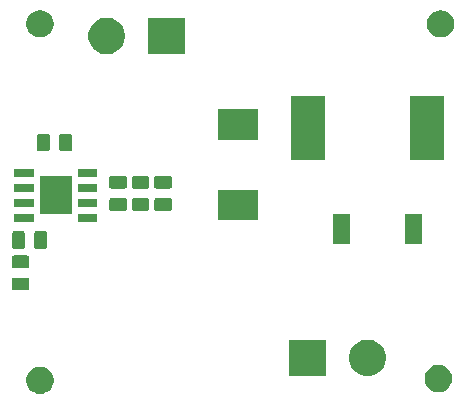
<source format=gbr>
G04 #@! TF.GenerationSoftware,KiCad,Pcbnew,(5.1.5)-3*
G04 #@! TF.CreationDate,2020-11-29T18:23:40-05:00*
G04 #@! TF.ProjectId,Buck_Controle,4275636b-5f43-46f6-9e74-726f6c652e6b,rev?*
G04 #@! TF.SameCoordinates,Original*
G04 #@! TF.FileFunction,Soldermask,Top*
G04 #@! TF.FilePolarity,Negative*
%FSLAX46Y46*%
G04 Gerber Fmt 4.6, Leading zero omitted, Abs format (unit mm)*
G04 Created by KiCad (PCBNEW (5.1.5)-3) date 2020-11-29 18:23:40*
%MOMM*%
%LPD*%
G04 APERTURE LIST*
%ADD10C,0.100000*%
G04 APERTURE END LIST*
D10*
G36*
X199995549Y-99014116D02*
G01*
X200106734Y-99036232D01*
X200316203Y-99122997D01*
X200504720Y-99248960D01*
X200665040Y-99409280D01*
X200791003Y-99597797D01*
X200877768Y-99807266D01*
X200922000Y-100029636D01*
X200922000Y-100256364D01*
X200877768Y-100478734D01*
X200791003Y-100688203D01*
X200665040Y-100876720D01*
X200504720Y-101037040D01*
X200316203Y-101163003D01*
X200106734Y-101249768D01*
X199995549Y-101271884D01*
X199884365Y-101294000D01*
X199657635Y-101294000D01*
X199546451Y-101271884D01*
X199435266Y-101249768D01*
X199225797Y-101163003D01*
X199037280Y-101037040D01*
X198876960Y-100876720D01*
X198750997Y-100688203D01*
X198664232Y-100478734D01*
X198620000Y-100256364D01*
X198620000Y-100029636D01*
X198664232Y-99807266D01*
X198750997Y-99597797D01*
X198876960Y-99409280D01*
X199037280Y-99248960D01*
X199225797Y-99122997D01*
X199435266Y-99036232D01*
X199546451Y-99014116D01*
X199657635Y-98992000D01*
X199884365Y-98992000D01*
X199995549Y-99014116D01*
G37*
G36*
X233724549Y-98871116D02*
G01*
X233835734Y-98893232D01*
X234045203Y-98979997D01*
X234233720Y-99105960D01*
X234394040Y-99266280D01*
X234520003Y-99454797D01*
X234606768Y-99664266D01*
X234651000Y-99886636D01*
X234651000Y-100113364D01*
X234606768Y-100335734D01*
X234520003Y-100545203D01*
X234394040Y-100733720D01*
X234233720Y-100894040D01*
X234045203Y-101020003D01*
X233835734Y-101106768D01*
X233724549Y-101128884D01*
X233613365Y-101151000D01*
X233386635Y-101151000D01*
X233275451Y-101128884D01*
X233164266Y-101106768D01*
X232954797Y-101020003D01*
X232766280Y-100894040D01*
X232605960Y-100733720D01*
X232479997Y-100545203D01*
X232393232Y-100335734D01*
X232349000Y-100113364D01*
X232349000Y-99886636D01*
X232393232Y-99664266D01*
X232479997Y-99454797D01*
X232605960Y-99266280D01*
X232766280Y-99105960D01*
X232954797Y-98979997D01*
X233164266Y-98893232D01*
X233275451Y-98871116D01*
X233386635Y-98849000D01*
X233613365Y-98849000D01*
X233724549Y-98871116D01*
G37*
G36*
X227802585Y-96728802D02*
G01*
X227952410Y-96758604D01*
X228234674Y-96875521D01*
X228488705Y-97045259D01*
X228704741Y-97261295D01*
X228874479Y-97515326D01*
X228991396Y-97797590D01*
X229051000Y-98097240D01*
X229051000Y-98402760D01*
X228991396Y-98702410D01*
X228874479Y-98984674D01*
X228704741Y-99238705D01*
X228488705Y-99454741D01*
X228234674Y-99624479D01*
X227952410Y-99741396D01*
X227802585Y-99771198D01*
X227652761Y-99801000D01*
X227347239Y-99801000D01*
X227197415Y-99771198D01*
X227047590Y-99741396D01*
X226765326Y-99624479D01*
X226511295Y-99454741D01*
X226295259Y-99238705D01*
X226125521Y-98984674D01*
X226008604Y-98702410D01*
X225949000Y-98402760D01*
X225949000Y-98097240D01*
X226008604Y-97797590D01*
X226125521Y-97515326D01*
X226295259Y-97261295D01*
X226511295Y-97045259D01*
X226765326Y-96875521D01*
X227047590Y-96758604D01*
X227197415Y-96728802D01*
X227347239Y-96699000D01*
X227652761Y-96699000D01*
X227802585Y-96728802D01*
G37*
G36*
X223971000Y-99801000D02*
G01*
X220869000Y-99801000D01*
X220869000Y-96699000D01*
X223971000Y-96699000D01*
X223971000Y-99801000D01*
G37*
G36*
X198704468Y-91462565D02*
G01*
X198743138Y-91474296D01*
X198778777Y-91493346D01*
X198810017Y-91518983D01*
X198835654Y-91550223D01*
X198854704Y-91585862D01*
X198866435Y-91624532D01*
X198871000Y-91670888D01*
X198871000Y-92322112D01*
X198866435Y-92368468D01*
X198854704Y-92407138D01*
X198835654Y-92442777D01*
X198810017Y-92474017D01*
X198778777Y-92499654D01*
X198743138Y-92518704D01*
X198704468Y-92530435D01*
X198658112Y-92535000D01*
X197581888Y-92535000D01*
X197535532Y-92530435D01*
X197496862Y-92518704D01*
X197461223Y-92499654D01*
X197429983Y-92474017D01*
X197404346Y-92442777D01*
X197385296Y-92407138D01*
X197373565Y-92368468D01*
X197369000Y-92322112D01*
X197369000Y-91670888D01*
X197373565Y-91624532D01*
X197385296Y-91585862D01*
X197404346Y-91550223D01*
X197429983Y-91518983D01*
X197461223Y-91493346D01*
X197496862Y-91474296D01*
X197535532Y-91462565D01*
X197581888Y-91458000D01*
X198658112Y-91458000D01*
X198704468Y-91462565D01*
G37*
G36*
X198704468Y-89587565D02*
G01*
X198743138Y-89599296D01*
X198778777Y-89618346D01*
X198810017Y-89643983D01*
X198835654Y-89675223D01*
X198854704Y-89710862D01*
X198866435Y-89749532D01*
X198871000Y-89795888D01*
X198871000Y-90447112D01*
X198866435Y-90493468D01*
X198854704Y-90532138D01*
X198835654Y-90567777D01*
X198810017Y-90599017D01*
X198778777Y-90624654D01*
X198743138Y-90643704D01*
X198704468Y-90655435D01*
X198658112Y-90660000D01*
X197581888Y-90660000D01*
X197535532Y-90655435D01*
X197496862Y-90643704D01*
X197461223Y-90624654D01*
X197429983Y-90599017D01*
X197404346Y-90567777D01*
X197385296Y-90532138D01*
X197373565Y-90493468D01*
X197369000Y-90447112D01*
X197369000Y-89795888D01*
X197373565Y-89749532D01*
X197385296Y-89710862D01*
X197404346Y-89675223D01*
X197429983Y-89643983D01*
X197461223Y-89618346D01*
X197496862Y-89599296D01*
X197535532Y-89587565D01*
X197581888Y-89583000D01*
X198658112Y-89583000D01*
X198704468Y-89587565D01*
G37*
G36*
X200191468Y-87518565D02*
G01*
X200230138Y-87530296D01*
X200265777Y-87549346D01*
X200297017Y-87574983D01*
X200322654Y-87606223D01*
X200341704Y-87641862D01*
X200353435Y-87680532D01*
X200358000Y-87726888D01*
X200358000Y-88803112D01*
X200353435Y-88849468D01*
X200341704Y-88888138D01*
X200322654Y-88923777D01*
X200297017Y-88955017D01*
X200265777Y-88980654D01*
X200230138Y-88999704D01*
X200191468Y-89011435D01*
X200145112Y-89016000D01*
X199493888Y-89016000D01*
X199447532Y-89011435D01*
X199408862Y-88999704D01*
X199373223Y-88980654D01*
X199341983Y-88955017D01*
X199316346Y-88923777D01*
X199297296Y-88888138D01*
X199285565Y-88849468D01*
X199281000Y-88803112D01*
X199281000Y-87726888D01*
X199285565Y-87680532D01*
X199297296Y-87641862D01*
X199316346Y-87606223D01*
X199341983Y-87574983D01*
X199373223Y-87549346D01*
X199408862Y-87530296D01*
X199447532Y-87518565D01*
X199493888Y-87514000D01*
X200145112Y-87514000D01*
X200191468Y-87518565D01*
G37*
G36*
X198316468Y-87518565D02*
G01*
X198355138Y-87530296D01*
X198390777Y-87549346D01*
X198422017Y-87574983D01*
X198447654Y-87606223D01*
X198466704Y-87641862D01*
X198478435Y-87680532D01*
X198483000Y-87726888D01*
X198483000Y-88803112D01*
X198478435Y-88849468D01*
X198466704Y-88888138D01*
X198447654Y-88923777D01*
X198422017Y-88955017D01*
X198390777Y-88980654D01*
X198355138Y-88999704D01*
X198316468Y-89011435D01*
X198270112Y-89016000D01*
X197618888Y-89016000D01*
X197572532Y-89011435D01*
X197533862Y-88999704D01*
X197498223Y-88980654D01*
X197466983Y-88955017D01*
X197441346Y-88923777D01*
X197422296Y-88888138D01*
X197410565Y-88849468D01*
X197406000Y-88803112D01*
X197406000Y-87726888D01*
X197410565Y-87680532D01*
X197422296Y-87641862D01*
X197441346Y-87606223D01*
X197466983Y-87574983D01*
X197498223Y-87549346D01*
X197533862Y-87530296D01*
X197572532Y-87518565D01*
X197618888Y-87514000D01*
X198270112Y-87514000D01*
X198316468Y-87518565D01*
G37*
G36*
X226001000Y-88601000D02*
G01*
X224599000Y-88601000D01*
X224599000Y-86099000D01*
X226001000Y-86099000D01*
X226001000Y-88601000D01*
G37*
G36*
X232101000Y-88601000D02*
G01*
X230699000Y-88601000D01*
X230699000Y-86099000D01*
X232101000Y-86099000D01*
X232101000Y-88601000D01*
G37*
G36*
X199231001Y-86741001D02*
G01*
X197579001Y-86741001D01*
X197579001Y-86039001D01*
X199231001Y-86039001D01*
X199231001Y-86741001D01*
G37*
G36*
X204631001Y-86741001D02*
G01*
X202979001Y-86741001D01*
X202979001Y-86039001D01*
X204631001Y-86039001D01*
X204631001Y-86741001D01*
G37*
G36*
X218236000Y-86616000D02*
G01*
X214834000Y-86616000D01*
X214834000Y-84014000D01*
X218236000Y-84014000D01*
X218236000Y-86616000D01*
G37*
G36*
X202456001Y-86086001D02*
G01*
X199754001Y-86086001D01*
X199754001Y-82884001D01*
X202456001Y-82884001D01*
X202456001Y-86086001D01*
G37*
G36*
X210769468Y-84728565D02*
G01*
X210808138Y-84740296D01*
X210843777Y-84759346D01*
X210875017Y-84784983D01*
X210900654Y-84816223D01*
X210919704Y-84851862D01*
X210931435Y-84890532D01*
X210936000Y-84936888D01*
X210936000Y-85588112D01*
X210931435Y-85634468D01*
X210919704Y-85673138D01*
X210900654Y-85708777D01*
X210875017Y-85740017D01*
X210843777Y-85765654D01*
X210808138Y-85784704D01*
X210769468Y-85796435D01*
X210723112Y-85801000D01*
X209646888Y-85801000D01*
X209600532Y-85796435D01*
X209561862Y-85784704D01*
X209526223Y-85765654D01*
X209494983Y-85740017D01*
X209469346Y-85708777D01*
X209450296Y-85673138D01*
X209438565Y-85634468D01*
X209434000Y-85588112D01*
X209434000Y-84936888D01*
X209438565Y-84890532D01*
X209450296Y-84851862D01*
X209469346Y-84816223D01*
X209494983Y-84784983D01*
X209526223Y-84759346D01*
X209561862Y-84740296D01*
X209600532Y-84728565D01*
X209646888Y-84724000D01*
X210723112Y-84724000D01*
X210769468Y-84728565D01*
G37*
G36*
X208864468Y-84728565D02*
G01*
X208903138Y-84740296D01*
X208938777Y-84759346D01*
X208970017Y-84784983D01*
X208995654Y-84816223D01*
X209014704Y-84851862D01*
X209026435Y-84890532D01*
X209031000Y-84936888D01*
X209031000Y-85588112D01*
X209026435Y-85634468D01*
X209014704Y-85673138D01*
X208995654Y-85708777D01*
X208970017Y-85740017D01*
X208938777Y-85765654D01*
X208903138Y-85784704D01*
X208864468Y-85796435D01*
X208818112Y-85801000D01*
X207741888Y-85801000D01*
X207695532Y-85796435D01*
X207656862Y-85784704D01*
X207621223Y-85765654D01*
X207589983Y-85740017D01*
X207564346Y-85708777D01*
X207545296Y-85673138D01*
X207533565Y-85634468D01*
X207529000Y-85588112D01*
X207529000Y-84936888D01*
X207533565Y-84890532D01*
X207545296Y-84851862D01*
X207564346Y-84816223D01*
X207589983Y-84784983D01*
X207621223Y-84759346D01*
X207656862Y-84740296D01*
X207695532Y-84728565D01*
X207741888Y-84724000D01*
X208818112Y-84724000D01*
X208864468Y-84728565D01*
G37*
G36*
X206959468Y-84728565D02*
G01*
X206998138Y-84740296D01*
X207033777Y-84759346D01*
X207065017Y-84784983D01*
X207090654Y-84816223D01*
X207109704Y-84851862D01*
X207121435Y-84890532D01*
X207126000Y-84936888D01*
X207126000Y-85588112D01*
X207121435Y-85634468D01*
X207109704Y-85673138D01*
X207090654Y-85708777D01*
X207065017Y-85740017D01*
X207033777Y-85765654D01*
X206998138Y-85784704D01*
X206959468Y-85796435D01*
X206913112Y-85801000D01*
X205836888Y-85801000D01*
X205790532Y-85796435D01*
X205751862Y-85784704D01*
X205716223Y-85765654D01*
X205684983Y-85740017D01*
X205659346Y-85708777D01*
X205640296Y-85673138D01*
X205628565Y-85634468D01*
X205624000Y-85588112D01*
X205624000Y-84936888D01*
X205628565Y-84890532D01*
X205640296Y-84851862D01*
X205659346Y-84816223D01*
X205684983Y-84784983D01*
X205716223Y-84759346D01*
X205751862Y-84740296D01*
X205790532Y-84728565D01*
X205836888Y-84724000D01*
X206913112Y-84724000D01*
X206959468Y-84728565D01*
G37*
G36*
X199231001Y-85471001D02*
G01*
X197579001Y-85471001D01*
X197579001Y-84769001D01*
X199231001Y-84769001D01*
X199231001Y-85471001D01*
G37*
G36*
X204631001Y-85471001D02*
G01*
X202979001Y-85471001D01*
X202979001Y-84769001D01*
X204631001Y-84769001D01*
X204631001Y-85471001D01*
G37*
G36*
X204631001Y-84201001D02*
G01*
X202979001Y-84201001D01*
X202979001Y-83499001D01*
X204631001Y-83499001D01*
X204631001Y-84201001D01*
G37*
G36*
X199231001Y-84201001D02*
G01*
X197579001Y-84201001D01*
X197579001Y-83499001D01*
X199231001Y-83499001D01*
X199231001Y-84201001D01*
G37*
G36*
X206959468Y-82853565D02*
G01*
X206998138Y-82865296D01*
X207033777Y-82884346D01*
X207065017Y-82909983D01*
X207090654Y-82941223D01*
X207109704Y-82976862D01*
X207121435Y-83015532D01*
X207126000Y-83061888D01*
X207126000Y-83713112D01*
X207121435Y-83759468D01*
X207109704Y-83798138D01*
X207090654Y-83833777D01*
X207065017Y-83865017D01*
X207033777Y-83890654D01*
X206998138Y-83909704D01*
X206959468Y-83921435D01*
X206913112Y-83926000D01*
X205836888Y-83926000D01*
X205790532Y-83921435D01*
X205751862Y-83909704D01*
X205716223Y-83890654D01*
X205684983Y-83865017D01*
X205659346Y-83833777D01*
X205640296Y-83798138D01*
X205628565Y-83759468D01*
X205624000Y-83713112D01*
X205624000Y-83061888D01*
X205628565Y-83015532D01*
X205640296Y-82976862D01*
X205659346Y-82941223D01*
X205684983Y-82909983D01*
X205716223Y-82884346D01*
X205751862Y-82865296D01*
X205790532Y-82853565D01*
X205836888Y-82849000D01*
X206913112Y-82849000D01*
X206959468Y-82853565D01*
G37*
G36*
X210769468Y-82853565D02*
G01*
X210808138Y-82865296D01*
X210843777Y-82884346D01*
X210875017Y-82909983D01*
X210900654Y-82941223D01*
X210919704Y-82976862D01*
X210931435Y-83015532D01*
X210936000Y-83061888D01*
X210936000Y-83713112D01*
X210931435Y-83759468D01*
X210919704Y-83798138D01*
X210900654Y-83833777D01*
X210875017Y-83865017D01*
X210843777Y-83890654D01*
X210808138Y-83909704D01*
X210769468Y-83921435D01*
X210723112Y-83926000D01*
X209646888Y-83926000D01*
X209600532Y-83921435D01*
X209561862Y-83909704D01*
X209526223Y-83890654D01*
X209494983Y-83865017D01*
X209469346Y-83833777D01*
X209450296Y-83798138D01*
X209438565Y-83759468D01*
X209434000Y-83713112D01*
X209434000Y-83061888D01*
X209438565Y-83015532D01*
X209450296Y-82976862D01*
X209469346Y-82941223D01*
X209494983Y-82909983D01*
X209526223Y-82884346D01*
X209561862Y-82865296D01*
X209600532Y-82853565D01*
X209646888Y-82849000D01*
X210723112Y-82849000D01*
X210769468Y-82853565D01*
G37*
G36*
X208864468Y-82853565D02*
G01*
X208903138Y-82865296D01*
X208938777Y-82884346D01*
X208970017Y-82909983D01*
X208995654Y-82941223D01*
X209014704Y-82976862D01*
X209026435Y-83015532D01*
X209031000Y-83061888D01*
X209031000Y-83713112D01*
X209026435Y-83759468D01*
X209014704Y-83798138D01*
X208995654Y-83833777D01*
X208970017Y-83865017D01*
X208938777Y-83890654D01*
X208903138Y-83909704D01*
X208864468Y-83921435D01*
X208818112Y-83926000D01*
X207741888Y-83926000D01*
X207695532Y-83921435D01*
X207656862Y-83909704D01*
X207621223Y-83890654D01*
X207589983Y-83865017D01*
X207564346Y-83833777D01*
X207545296Y-83798138D01*
X207533565Y-83759468D01*
X207529000Y-83713112D01*
X207529000Y-83061888D01*
X207533565Y-83015532D01*
X207545296Y-82976862D01*
X207564346Y-82941223D01*
X207589983Y-82909983D01*
X207621223Y-82884346D01*
X207656862Y-82865296D01*
X207695532Y-82853565D01*
X207741888Y-82849000D01*
X208818112Y-82849000D01*
X208864468Y-82853565D01*
G37*
G36*
X204631001Y-82931001D02*
G01*
X202979001Y-82931001D01*
X202979001Y-82229001D01*
X204631001Y-82229001D01*
X204631001Y-82931001D01*
G37*
G36*
X199231001Y-82931001D02*
G01*
X197579001Y-82931001D01*
X197579001Y-82229001D01*
X199231001Y-82229001D01*
X199231001Y-82931001D01*
G37*
G36*
X223901000Y-81501000D02*
G01*
X220999000Y-81501000D01*
X220999000Y-76099000D01*
X223901000Y-76099000D01*
X223901000Y-81501000D01*
G37*
G36*
X234001000Y-81501000D02*
G01*
X231099000Y-81501000D01*
X231099000Y-76099000D01*
X234001000Y-76099000D01*
X234001000Y-81501000D01*
G37*
G36*
X200426968Y-79263565D02*
G01*
X200465638Y-79275296D01*
X200501277Y-79294346D01*
X200532517Y-79319983D01*
X200558154Y-79351223D01*
X200577204Y-79386862D01*
X200588935Y-79425532D01*
X200593500Y-79471888D01*
X200593500Y-80548112D01*
X200588935Y-80594468D01*
X200577204Y-80633138D01*
X200558154Y-80668777D01*
X200532517Y-80700017D01*
X200501277Y-80725654D01*
X200465638Y-80744704D01*
X200426968Y-80756435D01*
X200380612Y-80761000D01*
X199729388Y-80761000D01*
X199683032Y-80756435D01*
X199644362Y-80744704D01*
X199608723Y-80725654D01*
X199577483Y-80700017D01*
X199551846Y-80668777D01*
X199532796Y-80633138D01*
X199521065Y-80594468D01*
X199516500Y-80548112D01*
X199516500Y-79471888D01*
X199521065Y-79425532D01*
X199532796Y-79386862D01*
X199551846Y-79351223D01*
X199577483Y-79319983D01*
X199608723Y-79294346D01*
X199644362Y-79275296D01*
X199683032Y-79263565D01*
X199729388Y-79259000D01*
X200380612Y-79259000D01*
X200426968Y-79263565D01*
G37*
G36*
X202301968Y-79263565D02*
G01*
X202340638Y-79275296D01*
X202376277Y-79294346D01*
X202407517Y-79319983D01*
X202433154Y-79351223D01*
X202452204Y-79386862D01*
X202463935Y-79425532D01*
X202468500Y-79471888D01*
X202468500Y-80548112D01*
X202463935Y-80594468D01*
X202452204Y-80633138D01*
X202433154Y-80668777D01*
X202407517Y-80700017D01*
X202376277Y-80725654D01*
X202340638Y-80744704D01*
X202301968Y-80756435D01*
X202255612Y-80761000D01*
X201604388Y-80761000D01*
X201558032Y-80756435D01*
X201519362Y-80744704D01*
X201483723Y-80725654D01*
X201452483Y-80700017D01*
X201426846Y-80668777D01*
X201407796Y-80633138D01*
X201396065Y-80594468D01*
X201391500Y-80548112D01*
X201391500Y-79471888D01*
X201396065Y-79425532D01*
X201407796Y-79386862D01*
X201426846Y-79351223D01*
X201452483Y-79319983D01*
X201483723Y-79294346D01*
X201519362Y-79275296D01*
X201558032Y-79263565D01*
X201604388Y-79259000D01*
X202255612Y-79259000D01*
X202301968Y-79263565D01*
G37*
G36*
X218236000Y-79816000D02*
G01*
X214834000Y-79816000D01*
X214834000Y-77214000D01*
X218236000Y-77214000D01*
X218236000Y-79816000D01*
G37*
G36*
X212051000Y-72551000D02*
G01*
X208949000Y-72551000D01*
X208949000Y-69449000D01*
X212051000Y-69449000D01*
X212051000Y-72551000D01*
G37*
G36*
X205722585Y-69478802D02*
G01*
X205872410Y-69508604D01*
X206154674Y-69625521D01*
X206408705Y-69795259D01*
X206624741Y-70011295D01*
X206794479Y-70265326D01*
X206911396Y-70547590D01*
X206971000Y-70847240D01*
X206971000Y-71152760D01*
X206911396Y-71452410D01*
X206794479Y-71734674D01*
X206624741Y-71988705D01*
X206408705Y-72204741D01*
X206154674Y-72374479D01*
X205872410Y-72491396D01*
X205722585Y-72521198D01*
X205572761Y-72551000D01*
X205267239Y-72551000D01*
X205117415Y-72521198D01*
X204967590Y-72491396D01*
X204685326Y-72374479D01*
X204431295Y-72204741D01*
X204215259Y-71988705D01*
X204045521Y-71734674D01*
X203928604Y-71452410D01*
X203869000Y-71152760D01*
X203869000Y-70847240D01*
X203928604Y-70547590D01*
X204045521Y-70265326D01*
X204215259Y-70011295D01*
X204431295Y-69795259D01*
X204685326Y-69625521D01*
X204967590Y-69508604D01*
X205117415Y-69478802D01*
X205267239Y-69449000D01*
X205572761Y-69449000D01*
X205722585Y-69478802D01*
G37*
G36*
X199995549Y-68848116D02*
G01*
X200106734Y-68870232D01*
X200316203Y-68956997D01*
X200504720Y-69082960D01*
X200665040Y-69243280D01*
X200791003Y-69431797D01*
X200877768Y-69641266D01*
X200922000Y-69863636D01*
X200922000Y-70090364D01*
X200877768Y-70312734D01*
X200791003Y-70522203D01*
X200665040Y-70710720D01*
X200504720Y-70871040D01*
X200316203Y-70997003D01*
X200106734Y-71083768D01*
X199995549Y-71105884D01*
X199884365Y-71128000D01*
X199657635Y-71128000D01*
X199546451Y-71105884D01*
X199435266Y-71083768D01*
X199225797Y-70997003D01*
X199037280Y-70871040D01*
X198876960Y-70710720D01*
X198750997Y-70522203D01*
X198664232Y-70312734D01*
X198620000Y-70090364D01*
X198620000Y-69863636D01*
X198664232Y-69641266D01*
X198750997Y-69431797D01*
X198876960Y-69243280D01*
X199037280Y-69082960D01*
X199225797Y-68956997D01*
X199435266Y-68870232D01*
X199546451Y-68848116D01*
X199657635Y-68826000D01*
X199884365Y-68826000D01*
X199995549Y-68848116D01*
G37*
G36*
X233904549Y-68848116D02*
G01*
X234015734Y-68870232D01*
X234225203Y-68956997D01*
X234413720Y-69082960D01*
X234574040Y-69243280D01*
X234700003Y-69431797D01*
X234786768Y-69641266D01*
X234831000Y-69863636D01*
X234831000Y-70090364D01*
X234786768Y-70312734D01*
X234700003Y-70522203D01*
X234574040Y-70710720D01*
X234413720Y-70871040D01*
X234225203Y-70997003D01*
X234015734Y-71083768D01*
X233904549Y-71105884D01*
X233793365Y-71128000D01*
X233566635Y-71128000D01*
X233455451Y-71105884D01*
X233344266Y-71083768D01*
X233134797Y-70997003D01*
X232946280Y-70871040D01*
X232785960Y-70710720D01*
X232659997Y-70522203D01*
X232573232Y-70312734D01*
X232529000Y-70090364D01*
X232529000Y-69863636D01*
X232573232Y-69641266D01*
X232659997Y-69431797D01*
X232785960Y-69243280D01*
X232946280Y-69082960D01*
X233134797Y-68956997D01*
X233344266Y-68870232D01*
X233455451Y-68848116D01*
X233566635Y-68826000D01*
X233793365Y-68826000D01*
X233904549Y-68848116D01*
G37*
M02*

</source>
